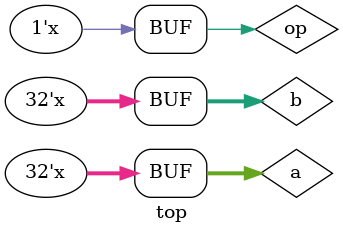
<source format=sv>
module alu (
	input int a,
	input int b,
	input bit op,
	output int z
);
	always_comb begin
		if (op == 0) begin
			z = a + b;
		end else begin
			z = a - b;
		end
	end
endmodule

module top;
	int a, b, c;
	bit op;

	alu i_alu(a, b, op, z);

	initial repeat (8) begin
		a++;
		b++;
		b++;
		op = ~op;
		#1ns;
	end
endmodule

</source>
